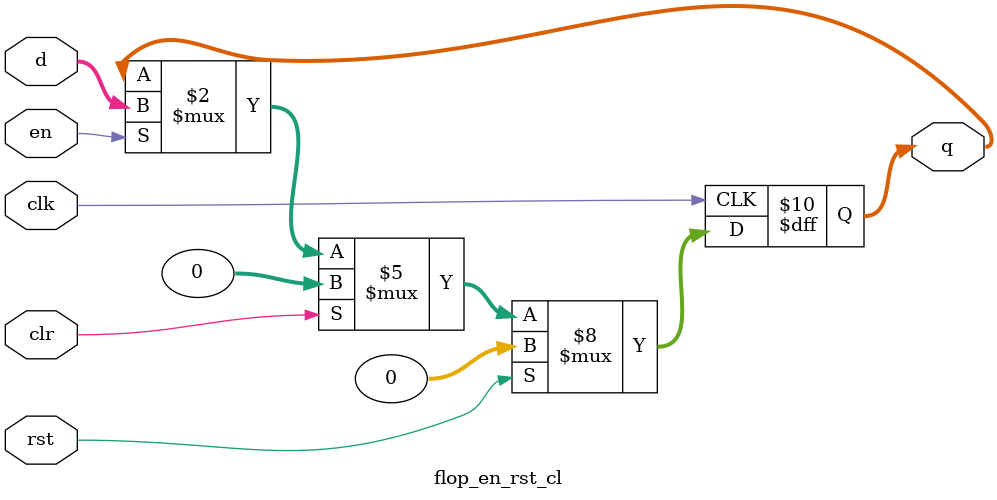
<source format=sv>
`timescale 1ns/1ps


module flop_en_rst_cl #(
    parameter int WIDTH = 32,
    // Value after reset (e.g., 0 or INSTR_NOP for instruction regs)
    parameter logic [WIDTH-1:0] RESET_VAL = '0,
    // Value to load on clear/flush (often same as reset; for IF/ID instr use INSTR_NOP)
    parameter logic [WIDTH-1:0] CLEAR_VAL = '0
    )(
    input  logic             clk,
    input  logic             rst,     // synchronous, active-high
    input  logic             en,      // active-high enable: 1=update, 0=hold
    input  logic             clr,     // synchronous clear/flush (wins over en)
    input  logic [WIDTH-1:0] d,       // input data
    output logic [WIDTH-1:0] q        // registered output
    );

    always_ff @(posedge clk) begin
        if (rst)       q <= RESET_VAL;   // highest priority
        else if (clr)  q <= CLEAR_VAL;   // inject bubble even during stalls
        else if (en)   q <= d;           // CE maps to FF's native enable on FPGA
        // else: hold previous value
    end

endmodule

</source>
